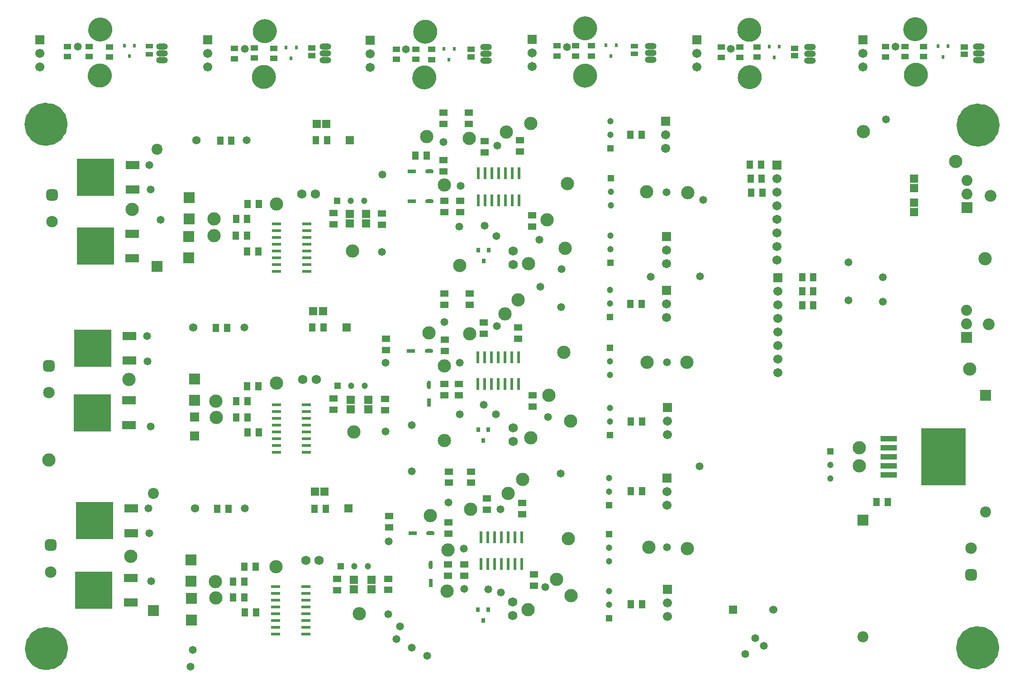
<source format=gts>
G04*
G04 #@! TF.GenerationSoftware,Altium Limited,Altium Designer,21.6.4 (81)*
G04*
G04 Layer_Color=8388736*
%FSLAX43Y43*%
%MOMM*%
G71*
G04*
G04 #@! TF.SameCoordinates,1BFCAD30-3443-4AAB-B7F7-DC6525A64C66*
G04*
G04*
G04 #@! TF.FilePolarity,Negative*
G04*
G01*
G75*
%ADD18R,2.500X1.500*%
%ADD19R,7.000X7.000*%
%ADD20R,2.000X2.000*%
%ADD21R,1.207X1.508*%
%ADD22R,1.680X1.700*%
%ADD23R,1.664X0.559*%
%ADD24R,1.508X1.207*%
%ADD25R,1.408X1.007*%
%ADD26R,1.556X1.505*%
%ADD27R,0.600X0.700*%
G04:AMPARAMS|DCode=28|XSize=1.607mm|YSize=0.762mm|CornerRadius=0.381mm|HoleSize=0mm|Usage=FLASHONLY|Rotation=90.000|XOffset=0mm|YOffset=0mm|HoleType=Round|Shape=RoundedRectangle|*
%AMROUNDEDRECTD28*
21,1,1.607,0.000,0,0,90.0*
21,1,0.845,0.762,0,0,90.0*
1,1,0.762,0.000,0.422*
1,1,0.762,0.000,-0.422*
1,1,0.762,0.000,-0.422*
1,1,0.762,0.000,0.422*
%
%ADD28ROUNDEDRECTD28*%
%ADD29R,0.762X1.607*%
G04:AMPARAMS|DCode=30|XSize=1.607mm|YSize=0.762mm|CornerRadius=0.381mm|HoleSize=0mm|Usage=FLASHONLY|Rotation=0.000|XOffset=0mm|YOffset=0mm|HoleType=Round|Shape=RoundedRectangle|*
%AMROUNDEDRECTD30*
21,1,1.607,0.000,0,0,0.0*
21,1,0.845,0.762,0,0,0.0*
1,1,0.762,0.422,0.000*
1,1,0.762,-0.422,0.000*
1,1,0.762,-0.422,0.000*
1,1,0.762,0.422,0.000*
%
%ADD30ROUNDEDRECTD30*%
%ADD31R,1.607X0.762*%
%ADD32R,1.505X1.556*%
%ADD33R,1.350X0.950*%
%ADD34R,1.356X1.105*%
%ADD35R,0.558X2.270*%
%ADD36R,8.380X10.660*%
%ADD37R,3.050X1.016*%
%ADD38C,4.500*%
%ADD39C,4.000*%
%ADD40R,0.803X0.903*%
%ADD41C,2.489*%
%ADD42C,2.057*%
%ADD43R,2.057X2.057*%
%ADD44R,1.524X1.524*%
%ADD45C,1.524*%
%ADD46R,1.575X1.575*%
%ADD47C,1.575*%
%ADD48R,1.200X1.200*%
%ADD49C,1.200*%
%ADD50R,1.200X1.200*%
%ADD51R,1.703X1.703*%
%ADD52C,1.703*%
%ADD53C,1.727*%
G04:AMPARAMS|DCode=54|XSize=2.153mm|YSize=2.153mm|CornerRadius=0.589mm|HoleSize=0mm|Usage=FLASHONLY|Rotation=270.000|XOffset=0mm|YOffset=0mm|HoleType=Round|Shape=RoundedRectangle|*
%AMROUNDEDRECTD54*
21,1,2.153,0.975,0,0,270.0*
21,1,0.975,2.153,0,0,270.0*
1,1,1.178,-0.488,-0.488*
1,1,1.178,-0.488,0.488*
1,1,1.178,0.488,0.488*
1,1,1.178,0.488,-0.488*
%
%ADD54ROUNDEDRECTD54*%
%ADD55C,2.153*%
%ADD56O,2.203X1.203*%
%ADD57O,2.203X1.203*%
%ADD58R,2.050X2.050*%
%ADD59C,2.050*%
%ADD60C,2.203*%
%ADD61C,1.473*%
D18*
X81562Y99757D02*
D03*
Y104357D02*
D03*
X81893Y71109D02*
D03*
Y66509D02*
D03*
X81991Y79527D02*
D03*
Y84127D02*
D03*
X82223Y143852D02*
D03*
Y148452D02*
D03*
X81661Y111811D02*
D03*
Y116411D02*
D03*
X82186Y135548D02*
D03*
Y130948D02*
D03*
D19*
X74662Y102057D02*
D03*
X74993Y68809D02*
D03*
X75091Y81827D02*
D03*
X75323Y146152D02*
D03*
X74761Y114111D02*
D03*
X75286Y133248D02*
D03*
D20*
X93218Y67278D02*
D03*
Y63278D02*
D03*
X92761Y131052D02*
D03*
Y135052D02*
D03*
X93142Y74517D02*
D03*
Y70517D02*
D03*
X93828Y108375D02*
D03*
Y104375D02*
D03*
X92812Y138303D02*
D03*
Y142303D02*
D03*
D21*
X101591Y138328D02*
D03*
X103692D02*
D03*
X105842Y141173D02*
D03*
X103740D02*
D03*
X105267Y73228D02*
D03*
X103165D02*
D03*
X101057Y70409D02*
D03*
X103159D02*
D03*
X105785Y107010D02*
D03*
X103683D02*
D03*
X101606Y104216D02*
D03*
X103708D02*
D03*
X103648Y132283D02*
D03*
X105750D02*
D03*
X116500Y153086D02*
D03*
X118602D02*
D03*
X115891Y117983D02*
D03*
X117992D02*
D03*
X116272Y84099D02*
D03*
X118373D02*
D03*
X175403Y154127D02*
D03*
X177505D02*
D03*
X137271Y150190D02*
D03*
X135169D02*
D03*
X103641Y135179D02*
D03*
X101540D02*
D03*
X175352Y122428D02*
D03*
X177454D02*
D03*
X221428Y85369D02*
D03*
X223529D02*
D03*
X103734Y101194D02*
D03*
X101632D02*
D03*
X175489Y100432D02*
D03*
X177590D02*
D03*
X103750Y98400D02*
D03*
X105851D02*
D03*
X175463Y87376D02*
D03*
X177565D02*
D03*
X103159Y67462D02*
D03*
X101057D02*
D03*
X175454Y66192D02*
D03*
X177555D02*
D03*
X103242Y64694D02*
D03*
X105343D02*
D03*
X197755Y148463D02*
D03*
X199857D02*
D03*
X197958Y143231D02*
D03*
X200060D02*
D03*
X197857Y145872D02*
D03*
X199958D02*
D03*
X98628Y153010D02*
D03*
X100730D02*
D03*
X209610Y122174D02*
D03*
X207509D02*
D03*
X209610Y124790D02*
D03*
X207509D02*
D03*
X209610Y127457D02*
D03*
X207509D02*
D03*
X97841Y117932D02*
D03*
X99943D02*
D03*
X98085Y84099D02*
D03*
X100187D02*
D03*
D22*
X93853Y97676D02*
D03*
Y101256D02*
D03*
D23*
X109137Y94666D02*
D03*
Y95936D02*
D03*
Y97206D02*
D03*
Y98476D02*
D03*
Y99746D02*
D03*
Y101016D02*
D03*
Y102286D02*
D03*
Y103556D02*
D03*
X114789D02*
D03*
Y102286D02*
D03*
Y101016D02*
D03*
Y99746D02*
D03*
Y98476D02*
D03*
Y97206D02*
D03*
Y95936D02*
D03*
Y94666D02*
D03*
X108991Y60655D02*
D03*
Y61925D02*
D03*
Y63195D02*
D03*
Y64465D02*
D03*
Y65735D02*
D03*
Y67005D02*
D03*
Y68275D02*
D03*
Y69545D02*
D03*
X114643D02*
D03*
Y68275D02*
D03*
Y67005D02*
D03*
Y65735D02*
D03*
Y64465D02*
D03*
Y63195D02*
D03*
Y61925D02*
D03*
Y60655D02*
D03*
X109188Y128499D02*
D03*
Y129769D02*
D03*
Y131039D02*
D03*
Y132309D02*
D03*
Y133579D02*
D03*
Y134849D02*
D03*
Y136119D02*
D03*
Y137389D02*
D03*
X114840D02*
D03*
Y136119D02*
D03*
Y134849D02*
D03*
Y133579D02*
D03*
Y132309D02*
D03*
Y131039D02*
D03*
Y129769D02*
D03*
Y128499D02*
D03*
D24*
X140386Y158251D02*
D03*
Y156150D02*
D03*
X140437Y149361D02*
D03*
Y147260D02*
D03*
X154686Y153095D02*
D03*
Y150994D02*
D03*
X148133Y152892D02*
D03*
Y150790D02*
D03*
X145186Y158251D02*
D03*
Y156150D02*
D03*
X128930Y139379D02*
D03*
Y137278D02*
D03*
X119863Y139421D02*
D03*
Y137319D02*
D03*
X129616Y115910D02*
D03*
Y113808D02*
D03*
X130277Y82712D02*
D03*
Y80610D02*
D03*
X143535Y141741D02*
D03*
Y139640D02*
D03*
X154407Y117992D02*
D03*
Y115891D02*
D03*
X140538Y124342D02*
D03*
Y122241D02*
D03*
X140640Y115757D02*
D03*
Y113656D02*
D03*
X147930Y118948D02*
D03*
Y116846D02*
D03*
X145288Y124333D02*
D03*
Y122231D02*
D03*
X129515Y104657D02*
D03*
Y102556D02*
D03*
X119837Y104683D02*
D03*
Y102581D02*
D03*
X143307Y107451D02*
D03*
Y105350D02*
D03*
X155169Y85176D02*
D03*
Y83074D02*
D03*
X141402Y91043D02*
D03*
Y88941D02*
D03*
X141326Y81518D02*
D03*
Y79416D02*
D03*
X148565Y86039D02*
D03*
Y83938D02*
D03*
X145567Y91043D02*
D03*
Y88941D02*
D03*
X130099Y70977D02*
D03*
Y68875D02*
D03*
X120523Y70961D02*
D03*
Y68859D02*
D03*
X144297Y73644D02*
D03*
Y71542D02*
D03*
X156972Y136897D02*
D03*
Y138998D02*
D03*
X157099Y103242D02*
D03*
Y105343D02*
D03*
X157378Y69647D02*
D03*
Y71749D02*
D03*
X140564Y139614D02*
D03*
Y141716D02*
D03*
X140538Y105350D02*
D03*
Y107451D02*
D03*
X141224Y71517D02*
D03*
Y73619D02*
D03*
D25*
X101321Y170242D02*
D03*
Y168340D02*
D03*
X70053Y170597D02*
D03*
Y168696D02*
D03*
X131597Y170089D02*
D03*
Y168188D02*
D03*
X104978Y168467D02*
D03*
Y170369D02*
D03*
X74143Y168696D02*
D03*
Y170597D02*
D03*
X135280Y168213D02*
D03*
Y170115D02*
D03*
X108687Y168391D02*
D03*
Y170293D02*
D03*
X77953Y168645D02*
D03*
Y170547D02*
D03*
X138201Y168162D02*
D03*
Y170064D02*
D03*
X192405Y170470D02*
D03*
Y168569D02*
D03*
X223114Y170583D02*
D03*
Y168681D02*
D03*
X161696Y170750D02*
D03*
Y168848D02*
D03*
X195893Y168594D02*
D03*
Y170496D02*
D03*
X226797Y168696D02*
D03*
Y170597D02*
D03*
X165125Y168848D02*
D03*
Y170750D02*
D03*
X199093Y168620D02*
D03*
Y170521D02*
D03*
X230226Y168721D02*
D03*
Y170623D02*
D03*
X168123Y168848D02*
D03*
Y170750D02*
D03*
D26*
X228422Y144096D02*
D03*
Y145898D02*
D03*
Y141388D02*
D03*
Y139587D02*
D03*
X126924Y70776D02*
D03*
Y68975D02*
D03*
X123673Y69014D02*
D03*
Y70815D02*
D03*
X126314Y104457D02*
D03*
Y102655D02*
D03*
X123038Y102680D02*
D03*
Y104482D02*
D03*
X125908Y139255D02*
D03*
Y137453D02*
D03*
X122885D02*
D03*
Y139255D02*
D03*
D27*
X171770Y168840D02*
D03*
X170820Y170840D02*
D03*
X172720D02*
D03*
X233883Y168672D02*
D03*
X232933Y170672D02*
D03*
X234833D02*
D03*
X202283Y168586D02*
D03*
X201333Y170586D02*
D03*
X203233D02*
D03*
X141453Y168139D02*
D03*
X140503Y170139D02*
D03*
X142403D02*
D03*
X81661Y168799D02*
D03*
X80711Y170799D02*
D03*
X82611D02*
D03*
X111902Y168409D02*
D03*
X110952Y170409D02*
D03*
X112852D02*
D03*
D28*
X138049Y73558D02*
D03*
X137668Y107289D02*
D03*
D29*
X138049Y70206D02*
D03*
X137668Y103938D02*
D03*
D30*
X137973Y79477D02*
D03*
X137693Y113589D02*
D03*
X137794Y141681D02*
D03*
X137820Y147244D02*
D03*
D31*
X134622Y79477D02*
D03*
X134341Y113589D02*
D03*
X134443Y141681D02*
D03*
X134468Y147244D02*
D03*
D32*
X116359Y87300D02*
D03*
X118161D02*
D03*
X116054Y121031D02*
D03*
X117856D02*
D03*
X116688Y156108D02*
D03*
X118489D02*
D03*
D33*
X176174Y170701D02*
D03*
Y169201D02*
D03*
X85369Y170651D02*
D03*
Y169151D02*
D03*
D34*
X237846Y170525D02*
D03*
Y169124D02*
D03*
X206104Y170271D02*
D03*
Y168870D02*
D03*
X145567Y170078D02*
D03*
Y168677D02*
D03*
X115799Y170322D02*
D03*
Y168920D02*
D03*
D35*
X155067Y73712D02*
D03*
X153797D02*
D03*
X152527D02*
D03*
X151257D02*
D03*
X149987D02*
D03*
X148717D02*
D03*
X147447D02*
D03*
Y78740D02*
D03*
X148717D02*
D03*
X149987D02*
D03*
X151257D02*
D03*
X152527D02*
D03*
X153797D02*
D03*
X155067D02*
D03*
X154432Y107442D02*
D03*
X153162D02*
D03*
X151892D02*
D03*
X150622D02*
D03*
X149352D02*
D03*
X148082D02*
D03*
X146812D02*
D03*
Y112470D02*
D03*
X148082D02*
D03*
X149352D02*
D03*
X150622D02*
D03*
X151892D02*
D03*
X153162D02*
D03*
X154432D02*
D03*
X154508Y141834D02*
D03*
X153238D02*
D03*
X151968D02*
D03*
X150698D02*
D03*
X149428D02*
D03*
X148158D02*
D03*
X146888D02*
D03*
Y146862D02*
D03*
X148158D02*
D03*
X149428D02*
D03*
X150698D02*
D03*
X151968D02*
D03*
X153238D02*
D03*
X154508D02*
D03*
D36*
X233995Y93802D02*
D03*
D37*
X223690Y97206D02*
D03*
Y95504D02*
D03*
Y93802D02*
D03*
Y92100D02*
D03*
Y90398D02*
D03*
D38*
X136830Y164821D02*
G03*
X136830Y164821I-25J0D01*
G01*
X197637Y173736D02*
G03*
X197637Y173736I-25J0D01*
G01*
X76111Y165180D02*
G03*
X76111Y165180I-25J0D01*
G01*
X76201Y173793D02*
G03*
X76201Y173793I-25J0D01*
G01*
X197714Y164871D02*
G03*
X197714Y164871I-25J0D01*
G01*
X228803Y165329D02*
G03*
X228803Y165329I-25J0D01*
G01*
X228696Y173851D02*
G03*
X228696Y173851I-25J0D01*
G01*
X166916Y165154D02*
G03*
X166916Y165154I-25J0D01*
G01*
Y174019D02*
G03*
X166916Y174019I-25J0D01*
G01*
X137008Y173380D02*
G03*
X137008Y173380I-25J0D01*
G01*
X106979Y173496D02*
G03*
X106979Y173496I-25J0D01*
G01*
X106807Y164922D02*
G03*
X106807Y164922I-25J0D01*
G01*
D39*
X68164Y57912D02*
G03*
X68164Y57912I-2048J0D01*
G01*
X242408Y58064D02*
G03*
X242408Y58064I-2048J0D01*
G01*
X242484Y155905D02*
G03*
X242484Y155905I-2048J0D01*
G01*
X68088Y156058D02*
G03*
X68088Y156058I-2048J0D01*
G01*
D40*
X148778Y65186D02*
D03*
X146878D02*
D03*
X147828Y63186D02*
D03*
X148803Y98866D02*
D03*
X146903D02*
D03*
X147853Y96866D02*
D03*
X148854Y132496D02*
D03*
X146954D02*
D03*
X147904Y130496D02*
D03*
D41*
X81915Y75159D02*
D03*
X81559Y108255D02*
D03*
X82144Y140081D02*
D03*
X97485Y138303D02*
D03*
X97841Y104242D02*
D03*
X97739Y70460D02*
D03*
X97790Y67361D02*
D03*
X109169Y141122D02*
D03*
X66599Y93193D02*
D03*
X137973Y82804D02*
D03*
X137693Y116967D02*
D03*
X137262Y153721D02*
D03*
X178841Y76886D02*
D03*
X161595Y70841D02*
D03*
X156261Y65151D02*
D03*
X141122Y68656D02*
D03*
X141275Y76378D02*
D03*
X163754Y78486D02*
D03*
X164313Y67793D02*
D03*
X109118Y73203D02*
D03*
X124663Y64465D02*
D03*
X152476Y86944D02*
D03*
X145517Y83947D02*
D03*
X155194Y89560D02*
D03*
X186035Y76601D02*
D03*
X218999Y154711D02*
D03*
X178537Y111531D02*
D03*
X160147Y105334D02*
D03*
X156769Y97384D02*
D03*
X140538Y96850D02*
D03*
X140589Y110820D02*
D03*
X162966Y113360D02*
D03*
X164186Y100482D02*
D03*
X109169Y107645D02*
D03*
X97917Y101194D02*
D03*
X123673Y98476D02*
D03*
X151943Y120548D02*
D03*
X145288Y116865D02*
D03*
X154407Y123165D02*
D03*
X185965Y111531D02*
D03*
X218186Y92075D02*
D03*
X218211Y95529D02*
D03*
X159791Y138201D02*
D03*
X156312Y129946D02*
D03*
X140564Y144653D02*
D03*
X163627Y144907D02*
D03*
X163144Y132867D02*
D03*
X123426Y132296D02*
D03*
X97485Y135204D02*
D03*
X152197Y154635D02*
D03*
X156769Y156185D02*
D03*
X145202Y153390D02*
D03*
X186106Y143281D02*
D03*
X178435Y143434D02*
D03*
X241732Y130886D02*
D03*
X238862Y110211D02*
D03*
X143485Y129591D02*
D03*
X236245Y149073D02*
D03*
D42*
X86817Y151359D02*
D03*
X86131Y86944D02*
D03*
X218872Y60071D02*
D03*
X241808Y83464D02*
D03*
D43*
X86817Y129464D02*
D03*
X86131Y65049D02*
D03*
X218872Y81966D02*
D03*
X241808Y105359D02*
D03*
D44*
X194589Y65227D02*
D03*
D45*
X202108D02*
D03*
D46*
X122657Y84176D02*
D03*
X122860Y153035D02*
D03*
X122276Y117983D02*
D03*
D47*
X93955Y84176D02*
D03*
X94158Y153035D02*
D03*
X93574Y117983D02*
D03*
D48*
X171755Y145974D02*
D03*
X171526Y114249D02*
D03*
X171379Y79299D02*
D03*
X171425Y63602D02*
D03*
X171425Y84785D02*
D03*
X171526Y97892D02*
D03*
Y119939D02*
D03*
X212776Y94793D02*
D03*
X171648Y130124D02*
D03*
X171679Y151511D02*
D03*
D49*
X171755Y143434D02*
D03*
Y140894D02*
D03*
X171526Y111709D02*
D03*
Y109169D02*
D03*
X171379Y76759D02*
D03*
Y74219D02*
D03*
X126238Y73279D02*
D03*
X123698D02*
D03*
X171425Y68682D02*
D03*
Y66142D02*
D03*
X171425Y89865D02*
D03*
Y87325D02*
D03*
X125679Y107066D02*
D03*
X123139D02*
D03*
X171526Y102972D02*
D03*
Y100432D02*
D03*
Y125019D02*
D03*
Y122479D02*
D03*
X212776Y89713D02*
D03*
Y92253D02*
D03*
X125578Y141757D02*
D03*
X123038D02*
D03*
X171648Y135204D02*
D03*
Y132664D02*
D03*
X171679Y156591D02*
D03*
Y154051D02*
D03*
D50*
X121158Y73279D02*
D03*
X120599Y107066D02*
D03*
X120498Y141757D02*
D03*
D51*
X156993Y171933D02*
D03*
X218923Y171856D02*
D03*
X187808Y171831D02*
D03*
X126665Y171755D02*
D03*
X64922Y171831D02*
D03*
X96317D02*
D03*
X202941Y127356D02*
D03*
X202844Y148412D02*
D03*
X182296Y69012D02*
D03*
X182194Y89865D02*
D03*
X182296Y102997D02*
D03*
X182118Y124943D02*
D03*
X182143Y135052D02*
D03*
X181961Y156642D02*
D03*
D52*
X156993Y169393D02*
D03*
Y166853D02*
D03*
X218923Y169316D02*
D03*
Y166776D02*
D03*
X187808Y169291D02*
D03*
Y166751D02*
D03*
X126665Y169215D02*
D03*
Y166675D02*
D03*
X64922Y169291D02*
D03*
Y166751D02*
D03*
X96317Y169291D02*
D03*
Y166751D02*
D03*
X202941Y109576D02*
D03*
Y112116D02*
D03*
Y117196D02*
D03*
Y122276D02*
D03*
Y124816D02*
D03*
Y119736D02*
D03*
Y114656D02*
D03*
X202844Y130632D02*
D03*
Y133172D02*
D03*
Y138252D02*
D03*
Y143332D02*
D03*
Y145872D02*
D03*
Y140792D02*
D03*
Y135712D02*
D03*
X182296Y66472D02*
D03*
Y63932D02*
D03*
X182194Y87325D02*
D03*
Y84785D02*
D03*
X182296Y100457D02*
D03*
Y97917D02*
D03*
X182118Y122403D02*
D03*
Y119863D02*
D03*
X182143Y132512D02*
D03*
Y129972D02*
D03*
X181961Y154102D02*
D03*
Y151562D02*
D03*
D53*
X117130Y74447D02*
D03*
X114630D02*
D03*
X116611Y108255D02*
D03*
X114111D02*
D03*
X116419Y143002D02*
D03*
X113919D02*
D03*
X153391Y64124D02*
D03*
Y66624D02*
D03*
X153467Y129794D02*
D03*
Y132294D02*
D03*
Y96698D02*
D03*
Y99198D02*
D03*
D54*
X66896Y77252D02*
D03*
X67175Y142810D02*
D03*
X66540Y110857D02*
D03*
X239133Y71668D02*
D03*
D55*
X66896Y72252D02*
D03*
X67175Y137810D02*
D03*
X66540Y105857D02*
D03*
X239133Y76668D02*
D03*
D56*
X179172Y168123D02*
D03*
Y170663D02*
D03*
X240538Y168021D02*
D03*
Y170561D02*
D03*
X208991Y167970D02*
D03*
Y170510D02*
D03*
X148336Y167996D02*
D03*
Y170536D02*
D03*
X87706Y168021D02*
D03*
Y170561D02*
D03*
X118313Y168046D02*
D03*
Y170586D02*
D03*
D57*
X179172Y169393D02*
D03*
X240538Y169291D02*
D03*
X208991Y169240D02*
D03*
X148336Y169266D02*
D03*
X87706Y169291D02*
D03*
X118313Y169316D02*
D03*
D58*
X238252Y116185D02*
D03*
X238354Y140442D02*
D03*
D59*
X238252Y118720D02*
D03*
Y121260D02*
D03*
X238354Y145517D02*
D03*
Y142977D02*
D03*
D60*
X242743Y142660D02*
D03*
X242468Y118643D02*
D03*
D61*
X93076Y54508D02*
D03*
X85750Y70485D02*
D03*
X87503Y138176D02*
D03*
X132309Y62027D02*
D03*
X198730Y59817D02*
D03*
X200381Y58420D02*
D03*
X196901Y56896D02*
D03*
X93497Y57658D02*
D03*
X131572Y59665D02*
D03*
X137363Y56524D02*
D03*
X134442Y58090D02*
D03*
X85663Y143852D02*
D03*
X85358Y148452D02*
D03*
X84915Y116411D02*
D03*
X85240Y84127D02*
D03*
X85344Y79477D02*
D03*
X85598Y99517D02*
D03*
X85014Y111709D02*
D03*
X224993Y170561D02*
D03*
X194183Y170205D02*
D03*
X163530Y170505D02*
D03*
X133375Y170053D02*
D03*
X72009Y170561D02*
D03*
X103246Y170146D02*
D03*
X151054Y83998D02*
D03*
X188316Y91999D02*
D03*
X144323Y69113D02*
D03*
X130200Y77978D02*
D03*
X143440Y101721D02*
D03*
X129565Y111379D02*
D03*
X134442Y99746D02*
D03*
X129007Y146634D02*
D03*
X143408Y136906D02*
D03*
X223215Y156947D02*
D03*
X134468Y91084D02*
D03*
X103276Y84150D02*
D03*
X103175Y118034D02*
D03*
X103607Y153060D02*
D03*
X222631Y122809D02*
D03*
X222656Y127457D02*
D03*
X216179Y130226D02*
D03*
Y123114D02*
D03*
X188976Y141859D02*
D03*
X188443Y127559D02*
D03*
X182131Y143320D02*
D03*
X151181Y68377D02*
D03*
X159461Y69444D02*
D03*
X158521Y125603D02*
D03*
X162509Y128930D02*
D03*
X162433Y121869D02*
D03*
X179146Y127483D02*
D03*
X162331Y90653D02*
D03*
X159969Y101295D02*
D03*
X144247Y76581D02*
D03*
X141364Y85230D02*
D03*
X148768Y68986D02*
D03*
X182258Y76911D02*
D03*
X150368Y118288D02*
D03*
X143434Y111415D02*
D03*
X147955Y103556D02*
D03*
X130099Y64364D02*
D03*
X129553Y98539D02*
D03*
X128880Y132131D02*
D03*
X150470Y152095D02*
D03*
X158394Y134457D02*
D03*
X150328Y135103D02*
D03*
X150216Y101737D02*
D03*
X148107Y137084D02*
D03*
X182220Y111468D02*
D03*
X140589Y118999D02*
D03*
Y110820D02*
D03*
X140411Y152756D02*
D03*
X143637Y144551D02*
D03*
M02*

</source>
